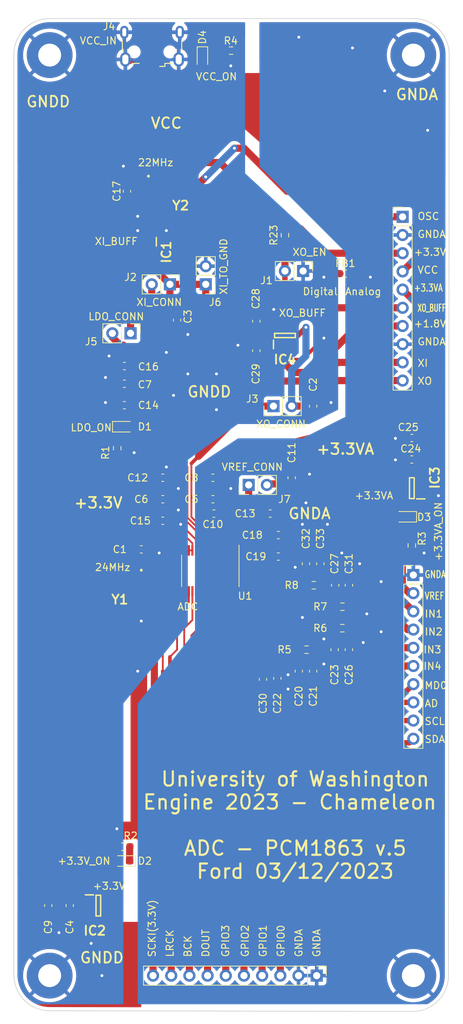
<source format=kicad_pcb>
(kicad_pcb (version 20211014) (generator pcbnew)
  (layers (0 "F.Cu" signal) (31 "B.Cu" signal) (34 "B.Paste" user) (35 "F.Paste" user) (36 "B.SilkS" user "B.Silkscreen") (37 "F.SilkS" user "F.Silkscreen") (38 "B.Mask" user) (39 "F.Mask" user) (44 "Edge.Cuts" user))
  (net 0 "")
  (net 1 "+3V3")
  (net 2 "Net-(IC4-Pad5)")
  (net 3 "/MDO")
  (net 4 "/MD1{slash}MS{slash}AD")
  (net 5 "/MD3{slash}MC{slash}SCL")
  (net 6 "/DOUT2{slash}MD2{slash}MOSI{slash}SDA")
  (net 7 "/MD4{slash}MISO{slash}GPIO0")
  (net 8 "/MD5{slash}GPIO1{slash}INTA{slash}DMIN")
  (net 14 "Net-(D1-Pad1)")
  (net 15 "Net-(D2-Pad1)")
  (net 16 "Net-(D3-Pad1)")
  (net 17 "VCC")
  (net 18 "Net-(D4-Pad1)")
  (net 19 "/MD6{slash}GPIO2{slash}INTB{slash}DMCLK")
  (net 20 "/INT{slash}GPIO3{slash}INTC")
  (net 21 "GNDA")
  (net 22 "GNDD")
  (net 23 "/XO")
  (net 24 "/XI")
  (net 25 "+3.3VA")
  (net 26 "Net-(C14-Pad1)")
  (net 27 "/VREF")
  (net 28 "Net-(C13-Pad2)")
  (net 29 "Net-(U1-Pad2)")
  (net 30 "Net-(U1-Pad1)")
  (net 31 "/VIN4P")
  (net 32 "Net-(C21-Pad1)")
  (net 33 "/IN4")
  (net 34 "Net-(U1-Pad28)")
  (net 35 "/VIN3P")
  (net 36 "Net-(C26-Pad1)")
  (net 37 "/IN3")
  (net 38 "/VIN2P")
  (net 39 "+1V8")
  (net 40 "Net-(U1-Pad27)")
  (net 41 "Net-(C31-Pad1)")
  (net 42 "/IN2")
  (net 43 "/VIN1P")
  (net 44 "Net-(C33-Pad1)")
  (net 45 "/IN1")
  (net 46 "/OSC")
  (net 47 "/XO_BUFF")
  (net 48 "Net-(U1-Pad10)")
  (net 49 "Net-(U1-Pad9)")
  (net 50 "Net-(U1-Pad6)")
  (net 51 "/SCKI(3.3V)")
  (net 52 "/DOUT")
  (net 53 "/BCK")
  (net 54 "/LRCK")
  (footprint "Capacitor_SMD:C_0603_1608Metric_Pad1.08x0.95mm_HandSolder" (layer "F.Cu") (at 116.5 126.5 90)
    (fp_text reference "C22")
    (fp_text value "2.2uF")
  )
  (footprint "Connector_PinHeader_2.54mm:PinHeader_1x10_P2.54mm_Vertical" (layer "F.Cu") (at 135.5 112.075)
    (fp_text reference "J9")
    (fp_text value "Conn_01x10_Male")
  )
  (footprint "custom_lib:SOT65P210X110-5N" (layer "F.Cu") (at 98.5 66.5 -90)
    (fp_text reference "IC1")
    (fp_text value "SN74AUC1G126DCKR" hide)
  )
  (footprint "LED_SMD:LED_0603_1608Metric_Pad1.05x0.95mm_HandSolder" (layer "F.Cu") (at 134.287011 103.95 180)
    (fp_text reference "D3")
    (fp_text value "RED1.8")
  )
  (footprint "Capacitor_SMD:C_0603_1608Metric_Pad1.08x0.95mm_HandSolder" (layer "F.Cu") (at 124.5 122.5 90)
    (fp_text reference "C23")
    (fp_text value "0.01uF")
  )
  (footprint "Capacitor_SMD:C_0603_1608Metric_Pad1.08x0.95mm_HandSolder" (layer "F.Cu") (at 95.5 58.5 90)
    (fp_text reference "C17")
    (fp_text value ".01uF")
  )
  (footprint "Capacitor_SMD:C_0603_1608Metric_Pad1.08x0.95mm_HandSolder" (layer "F.Cu") (at 121.5 125.5 -90)
    (fp_text reference "C21")
    (fp_text value "10uF")
  )
  (footprint "Resistor_SMD:R_0603_1608Metric_Pad0.98x0.95mm_HandSolder" (layer "F.Cu") (at 121.5875 113.5 180)
    (fp_text reference "R8")
    (fp_text value "100")
  )
  (footprint "custom_lib:SOT95P280X145-5N" (layer "F.Cu") (at 91.5 158.225978)
    (fp_text reference "IC2")
    (fp_text value "NCP163ASN330T1G" hide)
  )
  (footprint "Capacitor_SMD:C_0603_1608Metric_Pad1.08x0.95mm_HandSolder" (layer "F.Cu") (at 126.5 122.5 -90)
    (fp_text reference "C26")
    (fp_text value "10uF")
  )
  (footprint "Resistor_SMD:R_0603_1608Metric_Pad0.98x0.95mm_HandSolder" (layer "F.Cu") (at 125.5875 119.5 180)
    (fp_text reference "R6")
    (fp_text value "100")
  )
  (footprint "Capacitor_SMD:C_0603_1608Metric_Pad1.08x0.95mm_HandSolder" (layer "F.Cu") (at 135.287011 92.95 180)
    (fp_text reference "C25")
    (fp_text value "10uF-Tant")
  )
  (footprint "Capacitor_SMD:C_0603_1608Metric_Pad1.08x0.95mm_HandSolder" (layer "F.Cu") (at 95.1375 82.91 180)
    (fp_text reference "C16")
    (fp_text value "0.1uF")
  )
  (footprint "Resistor_SMD:R_0603_1608Metric_Pad0.98x0.95mm_HandSolder" (layer "F.Cu") (at 117.5625 64.6375 -90)
    (fp_text reference "R23")
    (fp_text value "4.99k")
  )
  (footprint "Capacitor_SMD:C_0603_1608Metric_Pad1.08x0.95mm_HandSolder" (layer "F.Cu") (at 126.5 113.5 90)
    (fp_text reference "C31")
    (fp_text value "10uF")
  )
  (footprint "Connector_PinHeader_2.54mm:PinHeader_1x02_P2.54mm_Vertical" (layer "F.Cu") (at 96 78.335 -90)
    (fp_text reference "J5")
    (fp_text value "Conn_01x02_Male")
  )
  (footprint "MountingHole:MountingHole_3.2mm_M3_Pad" (layer "F.Cu") (at 84.7 168)
    (fp_text reference "H4")
    (fp_text value "MountingHole_Pad")
  )
  (footprint "Capacitor_SMD:C_0603_1608Metric_Pad1.08x0.95mm_HandSolder" (layer "F.Cu") (at 120.5 110.5 -90)
    (fp_text reference "C32")
    (fp_text value "0.01uF")
  )
  (footprint "Package_SO:TSSOP-30_4.4x7.8mm_P0.5mm" (layer "F.Cu") (at 107.14 111.5 -90)
    (fp_text reference "U1")
    (fp_text value "PCM1863")
  )
  (footprint "Capacitor_SMD:C_0603_1608Metric_Pad1.08x0.95mm_HandSolder" (layer "F.Cu") (at 124.58 113.5 -90)
    (fp_text reference "C27")
    (fp_text value "0.01uF")
  )
  (footprint "Capacitor_SMD:C_0603_1608Metric_Pad1.08x0.95mm_HandSolder" (layer "F.Cu") (at 116.6375 109.5 180)
    (fp_text reference "C19")
    (fp_text value "2.2uF")
  )
  (footprint "Connector_PinHeader_2.54mm:PinHeader_1x02_P2.54mm_Vertical" (layer "F.Cu") (at 112.5 99.5 90)
    (fp_text reference "J7")
    (fp_text value "Conn_01x02_Male")
  )
  (footprint "Resistor_SMD:R_0603_1608Metric_Pad0.98x0.95mm_HandSolder" (layer "F.Cu") (at 125.5875 116.5 180)
    (fp_text reference "R7")
    (fp_text value "100")
  )
  (footprint "Connector_PinHeader_2.54mm:PinHeader_1x02_P2.54mm_Vertical" (layer "F.Cu") (at 106.5 71.5 180)
    (fp_text reference "J6")
    (fp_text value "Conn_01x02_Male")
  )
  (footprint "Capacitor_SMD:C_0603_1608Metric_Pad1.08x0.95mm_HandSolder" (layer "F.Cu") (at 113.5625 80.775 90)
    (fp_text reference "C29")
    (fp_text value "0.1uF")
  )
  (footprint "Capacitor_SMD:C_0603_1608Metric_Pad1.08x0.95mm_HandSolder" (layer "F.Cu") (at 107.6375 103.5 180)
    (fp_text reference "C10")
    (fp_text value "0.1uF")
  )
  (footprint "Capacitor_SMD:C_0603_1608Metric_Pad1.08x0.95mm_HandSolder" (layer "F.Cu") (at 100.5 98.5)
    (fp_text reference "C12")
    (fp_text value "10uF-Tant")
  )
  (footprint "Resistor_SMD:R_0603_1608Metric_Pad0.98x0.95mm_HandSolder" (layer "F.Cu") (at 94.1375 94.375 -90)
    (fp_text reference "R1")
    (fp_text value "100")
  )
  (footprint "Capacitor_SMD:C_0603_1608Metric_Pad1.08x0.95mm_HandSolder" (layer "F.Cu") (at 95.1375 88.375 180)
    (fp_text reference "C14")
    (fp_text value "10uF-Tant")
  )
  (footprint "Capacitor_SMD:C_0603_1608Metric_Pad1.08x0.95mm_HandSolder" (layer "F.Cu") (at 115.5 103.5 180)
    (fp_text reference "C13")
    (fp_text value "0.1uF")
  )
  (footprint "Capacitor_SMD:C_0603_1608Metric_Pad1.08x0.95mm_HandSolder" (layer "F.Cu") (at 107.5 101.5 180)
    (fp_text reference "C5")
    (fp_text value "1uF")
  )
  (footprint "Capacitor_SMD:C_0603_1608Metric_Pad1.08x0.95mm_HandSolder" (layer "F.Cu") (at 118.5 98.5 -90)
    (fp_text reference "C11")
    (fp_text value "1uF")
  )
  (footprint "Capacitor_SMD:C_0603_1608Metric_Pad1.08x0.95mm_HandSolder" (layer "F.Cu") (at 135.287011 95.95 180)
    (fp_text reference "C24")
    (fp_text value "0.1uF")
  )
  (footprint "MountingHole:MountingHole_3.2mm_M3_Pad" (layer "F.Cu") (at 135.5 39.5)
    (fp_text reference "H2")
    (fp_text value "MountingHole_Pad")
  )
  (footprint "custom_lib:SOT95P280X145-6N" (layer "F.Cu") (at 117.5625 78.6375 90)
    (fp_text reference "IC4")
    (fp_text value "TXB0101DBVT" hide)
  )
  (footprint "Capacitor_SMD:C_0603_1608Metric_Pad1.08x0.95mm_HandSolder" (layer "F.Cu") (at 119.5 125.5 90)
    (fp_text reference "C20")
    (fp_text value "0.01uF")
  )
  (footprint "Connector_PinHeader_2.54mm:PinHeader_1x10_P2.54mm_Vertical" (layer "F.Cu") (at 122 168 -90)
    (fp_text reference "J8")
    (fp_text value "Conn_01x10_Male")
  )
  (footprint "Capacitor_SMD:C_0603_1608Metric_Pad1.08x0.95mm_HandSolder" (layer "F.Cu") (at 113.5625 76.6375 90)
    (fp_text reference "C28")
    (fp_text value "0.1uF")
  )
  (footprint "Capacitor_SMD:C_0603_1608Metric_Pad1.08x0.95mm_HandSolder" (layer "F.Cu") (at 97.5 108.5)
    (fp_text reference "C1")
    (fp_text value ".01uF")
  )
  (footprint "Capacitor_SMD:C_0603_1608Metric_Pad1.08x0.95mm_HandSolder" (layer "F.Cu") (at 121.5 88.5 -90)
    (fp_text reference "C2")
    (fp_text value "20pF")
  )
  (footprint "Capacitor_SMD:C_0603_1608Metric_Pad1.08x0.95mm_HandSolder" (layer "F.Cu") (at 114.5 126.6375 90)
    (fp_text reference "C30")
    (fp_text value "2.2uF")
  )
  (footprint "Capacitor_SMD:C_0603_1608Metric_Pad1.08x0.95mm_HandSolder" (layer "F.Cu") (at 100.5 104.5)
    (fp_text reference "C15")
    (fp_text value "0.1uF")
  )
  (footprint "LED_SMD:LED_0603_1608Metric_Pad1.05x0.95mm_HandSolder" (layer "F.Cu") (at 95.1375 91.375)
    (fp_text reference "D1")
    (fp_text value "RED1.8")
  )
  (footprint "Connector_PinHeader_2.54mm:PinHeader_1x10_P2.54mm_Vertical" (layer "F.Cu") (at 134 62.075)
    (fp_text reference "J10")
    (fp_text value "Conn_01x10_Male")
  )
  (footprint "custom_lib:SOT95P280X145-5N" (layer "F.Cu") (at 135.287011 99.95 180)
    (fp_text reference "IC3")
    (fp_text value "NCP163ASN330T1G" hide)
  )
  (footprint "Connector_PinHeader_2.54mm:PinHeader_1x02_P2.54mm_Vertical" (layer "F.Cu") (at 115.96 88.5 90)
    (fp_text reference "J3")
    (fp_text value "Conn_01x02_Male")
  )
  (footprint "Capacitor_SMD:C_0603_1608Metric_Pad1.08x0.95mm_HandSolder" (layer "F.Cu") (at 100.5 101.5 180)
    (fp_text reference "C6")
    (fp_text value "1uF")
  )
  (footprint "MountingHole:MountingHole_3.2mm_M3_Pad" (layer "F.Cu") (at 135.5 168)
    (fp_text reference "H3")
    (fp_text value "MountingHole_Pad")
  )
  (footprint "Resistor_SMD:R_0603_1608Metric_Pad0.98x0.95mm_HandSolder" (layer "F.Cu") (at 135.287011 107.95 -90)
    (fp_text reference "R3")
    (fp_text value "2.2k")
  )
  (footprint "custom_lib:ASE24000MHZET" (layer "F.Cu") (at 98.5 113.5 -90)
    (fp_text reference "Y1")
    (fp_text value "ASE-24.000MHZ-ET" hide)
  )
  (footprint "LED_SMD:LED_0603_1608Metric_Pad1.05x0.95mm_HandSolder" (layer "F.Cu") (at 95 152 180)
    (fp_text reference "D2")
    (fp_text value "RED1.8")
  )
  (footprint "Capacitor_SMD:C_0603_1608Metric_Pad1.08x0.95mm_HandSolder" (layer "F.Cu") (at 107.5 98.5 180)
    (fp_text reference "C8")
    (fp_text value "10uF-Tant")
  )
  (footprint "Capacitor_SMD:C_0603_1608Metric_Pad1.08x0.95mm_HandSolder" (layer "F.Cu") (at 84.5 158.225978 -90)
    (fp_text reference "C9")
    (fp_text value "10uF-Tant")
  )
  (footprint "MountingHole:MountingHole_3.2mm_M3_Pad" (layer "F.Cu") (at 84.7 39.5)
    (fp_text reference "H1")
    (fp_text value "MountingHole_Pad")
  )
  (footprint "Resistor_SMD:R_0603_1608Metric_Pad0.98x0.95mm_HandSolder" (layer "F.Cu") (at 120.5875 122.5 180)
    (fp_text reference "R5")
    (fp_text value "100")
  )
  (footprint "Capacitor_SMD:C_0603_1608Metric_Pad1.08x0.95mm_HandSolder" (layer "F.Cu") (at 116.6375 106.5 180)
    (fp_text reference "C18")
    (fp_text value "2.2uF")
  )
  (footprint "Inductor_SMD:L_0603_1608Metric_Pad1.05x0.95mm_HandSolder" (layer "F.Cu") (at 126 70)
    (fp_text reference "FB1")
    (fp_text value "FerriteBead")
  )
  (footprint "Capacitor_SMD:C_0603_1608Metric_Pad1.08x0.95mm_HandSolder" (layer "F.Cu") (at 102.5 76.5 90)
    (fp_text reference "C3")
    (fp_text value "20pF")
  )
  (footprint "Connector_USB:USB_Micro-B_Wuerth_629105150521" (layer "F.Cu") (at 99 38.255 180)
    (fp_text reference "J4")
    (fp_text value "USB_B_Micro")
  )
  (footprint "Resistor_SMD:R_0603_1608Metric_Pad0.98x0.95mm_HandSolder" (layer "F.Cu") (at 95 150 180)
    (fp_text reference "R2")
    (fp_text value "2.2k")
  )
  (footprint "LED_SMD:LED_0603_1608Metric_Pad1.05x0.95mm_HandSolder" (layer "F.Cu") (at 106.0375 40 -90)
    (fp_text reference "D4")
    (fp_text value "RED1.8")
  )
  (footprint "custom_lib:ASE24000MHZET" (layer "F.Cu") (at 99.5 58.5 -90)
    (fp_text reference "Y2")
    (fp_text value "ASE-22.000MHZ-ET" hide)
  )
  (footprint "Capacitor_SMD:C_0603_1608Metric_Pad1.08x0.95mm_HandSolder" (layer "F.Cu") (at 87.5 158.225978 -90)
    (fp_text reference "C4")
    (fp_text value "0.1uF")
  )
  (footprint "Connector_PinHeader_2.54mm:PinHeader_1x02_P2.54mm_Vertical" (layer "F.Cu") (at 101.5 71.5 -90)
    (fp_text reference "J2")
    (fp_text value "Conn_01x02_Male")
  )
  (footprint "Capacitor_SMD:C_0603_1608Metric_Pad1.08x0.95mm_HandSolder" (layer "F.Cu") (at 122.5 110.5 90)
    (fp_text reference "C33")
    (fp_text value "10uF")
  )
  (footprint "Resistor_SMD:R_0603_1608Metric_Pad0.98x0.95mm_HandSolder" (layer "F.Cu") (at 110.0375 38.875 180)
    (fp_text reference "R4")
    (fp_text value "10k")
  )
  (footprint "Connector_PinHeader_2.54mm:PinHeader_1x02_P2.54mm_Vertical" (layer "F.Cu") (at 120.1025 69.6375 -90)
    (fp_text reference "J1")
    (fp_text value "Conn_01x02_Male")
  )
  (footprint "Capacitor_SMD:C_0603_1608Metric_Pad1.08x0.95mm_HandSolder" (layer "F.Cu") (at 95.1375 85.375 180)
    (fp_text reference "C7")
    (fp_text value "2.2uF")
  )
  (gr_arc (start 135.5 34.4) (mid 139.035534 35.864466) (end 140.5 39.4) (layer "Edge.Cuts") (width 0.1))
  (gr_arc (start 140.4 168) (mid 138.935534 171.535534) (end 135.4 173) (layer "Edge.Cuts") (width 0.1))
  (gr_line (start 79.7 39.4) (end 79.7 167.9) (layer "Edge.Cuts") (width 0.1))
  (gr_arc (start 79.7 39.4) (mid 81.164466 35.864466) (end 84.7 34.4) (layer "Edge.Cuts") (width 0.1))
  (gr_line (start 84.7 34.4) (end 135.5 34.4) (layer "Edge.Cuts") (width 0.1))
  (gr_line (start 84.7 172.9) (end 135.4 173) (layer "Edge.Cuts") (width 0.1))
  (gr_arc (start 84.7 172.9) (mid 81.164466 171.435534) (end 79.7 167.9) (layer "Edge.Cuts") (width 0.1))
  (gr_line (start 140.5 39.4) (end 140.4 168) (layer "Edge.Cuts") (width 0.1))
  (gr_text "SDA" (at 137 135) (layer "F.SilkS") (effects (font (size 1 1)) (justify left)))
  (gr_text "GNDA" (at 121 103.5) (layer "F.SilkS") (effects (font (size 1.5 1.5) (thickness 0.25))))
  (gr_text "LRCK" (at 101.5 165.5 90) (layer "F.SilkS") (effects (font (size 1 1)) (justify left)))
  (gr_text "GNDD" (at 92 165.5) (layer "F.SilkS") (effects (font (size 1.5 1.5) (thickness 0.25))))
  (gr_text "GPIO0" (at 117 165.5 90) (layer "F.SilkS") (effects (font (size 1 1)) (justify left)))
  (gr_text "GNDD" (at 107 86.5) (layer "F.SilkS") (effects (font (size 1.5 1.5) (thickness 0.25))))
  (gr_text "VCC" (at 136 69.5) (layer "F.SilkS") (effects (font (size 1 1)) (justify left)))
  (gr_text "LDO_ON" (at 90.5 91.5) (layer "F.SilkS") (effects (font (size 1 1))))
  (gr_text "Digital" (at 122.5 72.5) (layer "F.SilkS") (effects (font (size 1 1))))
  (gr_text "XI_BUFF" (at 94 65.5) (layer "F.SilkS") (effects (font (size 1 1))))
  (gr_text "VCC_IN" (at 91.5 37.5) (layer "F.SilkS") (effects (font (size 1 1))))
  (gr_text "+3.3V" (at 91.5 102) (layer "F.SilkS") (effects (font (size 1.5 1.5) (thickness 0.25))))
  (gr_text "XO_BUFF" (at 136 74.805) (layer "F.SilkS") (effects (font (size 1 0.6)) (justify left)))
  (gr_text "+3.3V" (at 135.5 67) (layer "F.SilkS") (effects (font (size 1 1)) (justify left)))
  (gr_text "+3.3V" (at 93 155.5) (layer "F.SilkS") (effects (font (size 1 1))))
  (gr_text "GPIO1" (at 114.5 165.5 90) (layer "F.SilkS") (effects (font (size 1 1)) (justify left)))
  (gr_text "VCC" (at 101 49) (layer "F.SilkS") (effects (font (size 1.5 1.5) (thickness 0.25))))
  (gr_text "IN3" (at 136.83 122.5) (layer "F.SilkS") (effects (font (size 1 1)) (justify left)))
  (gr_text "ADC" (at 104 116.5) (layer "F.SilkS") (effects (font (size 1 1))))
  (gr_text "IN2" (at 137 120) (layer "F.SilkS") (effects (font (size 1 1)) (justify left)))
  (gr_text "GNDA" (at 122 165.5 90) (layer "F.SilkS") (effects (font (size 1 1)) (justify left)))
  (gr_text "XI_CONN" (at 100 74) (layer "F.SilkS") (effects (font (size 1 1))))
  (gr_text "GPIO3" (at 109.27 165.5 90) (layer "F.SilkS") (effects (font (size 1 1)) (justify left)))
  (gr_text "AD" (at 137 130) (layer "F.SilkS") (effects (font (size 1 1)) (justify left)))
  (gr_text "VREF_CONN" (at 113 97) (layer "F.SilkS") (effects (font (size 1 1))))
  (gr_text "GNDA" (at 136 79.5) (layer "F.SilkS") (effects (font (size 1 1)) (justify left)))
  (gr_text "GNDA" (at 119.5 165.5 90) (layer "F.SilkS") (effects (font (size 1 1)) (justify left)))
  (gr_text "GPIO2" (at 112 165.5 90) (layer "F.SilkS") (effects (font (size 1 1)) (justify left)))
  (gr_text "University of Washington\nEngine 2023 - Chameleon \n\nADC - PCM1863 v.5\nFord 03/12/2023" (at 119 147) (layer "F.SilkS") (effects (font (size 2 2) (thickness 0.3))))
  (gr_text "XO" (at 136 85) (layer "F.SilkS") (effects (font (size 1 1)) (justify left)))
  (gr_text "IN1" (at 137 117.5) (layer "F.SilkS") (effects (font (size 1 1)) (justify left)))
  (gr_text "MD0" (at 137 127.5) (layer "F.SilkS") (effects (font (size 1 1)) (justify left)))
  (gr_text "BCK" (at 104 165.5 90) (layer "F.SilkS") (effects (font (size 1 1)) (justify left)))
  (gr_text "XO_EN" (at 121 67) (layer "F.SilkS") (effects (font (size 1 1))))
  (gr_text "+3.3VA_ON" (at 139 106 90) (layer "F.SilkS") (effects (font (size 1 1))))
  (gr_text "GNDA" (at 136 64.5) (layer "F.SilkS") (effects (font (size 1 1)) (justify left)))
  (gr_text "XO_CONN" (at 117 91) (layer "F.SilkS") (effects (font (size 1 1))))
  (gr_text "OSC" (at 136 62) (layer "F.SilkS") (effects (font (size 1 1)) (justify left)))
  (gr_text "DOUT" (at 106.5 165.5 90) (layer "F.SilkS") (effects (font (size 1 1)) (justify left)))
  (gr_text "SCL" (at 137 132.5) (layer "F.SilkS") (effects (font (size 1 1)) (justify left)))
  (gr_text "SCKI(3.3V)" (at 99 165.5 90) (layer "F.SilkS") (effects (font (size 1 1)) (justify left)))
  (gr_text "+3.3VA" (at 135.5 72) (layer "F.SilkS") (effects (font (size 1 0.75)) (justify left)))
  (gr_text "IN4" (at 136.83 124.805) (layer "F.SilkS") (effects (font (size 1 1)) (justify left)))
  (gr_text "+3.3V_ON" (at 89.5 152) (layer "F.SilkS") (effects (font (size 1 1))))
  (gr_text "+3.3VA" (at 130 101) (layer "F.SilkS") (effects (font (size 1 1))))
  (gr_text "VREF" (at 137 115) (layer "F.SilkS") (effects (font (size 1 0.75)) (justify left)))
  (gr_text "22MHz" (at 99.5 54.5) (layer "F.SilkS") (effects (font (size 1 1))))
  (gr_text "Analog" (at 128.5 72.5) (layer "F.SilkS") (effects (font (size 1 1))))
  (gr_text "XO_BUFF" (at 120 75.5) (layer "F.SilkS") (effects (font (size 1 1))))
  (gr_text "VCC_ON" (at 108 42.5) (layer "F.SilkS") (effects (font (size 1 1))))
  (gr_text "+1.8V" (at 135.5 77) (layer "F.SilkS") (effects (font (size 1 1)) (justify left)))
  (gr_text "GNDA" (at 136 45) (layer "F.SilkS") (effects (font (size 1.5 1.5) (thickness 0.25))))
  (gr_text "XI" (at 136 82.5) (layer "F.SilkS") (effects (font (size 1 1)) (justify left)))
  (gr_text "GNDD" (at 84.5 46) (layer "F.SilkS") (effects (font (size 1.5 1.5) (thickness 0.25))))
  (gr_text "+3.3VA" (at 126 94.5) (layer "F.SilkS") (effects (font (size 1.5 1.5) (thickness 0.25))))
  (gr_text "24MHz" (at 93.5 111) (layer "F.SilkS") (effects (font (size 1 1))))
  (gr_text "LDO_CONN" (at 94 76) (layer "F.SilkS") (effects (font (size 1 1))))
  (gr_text "GNDA" (at 137 112) (layer "F.SilkS") (effects (font (size 1 0.75)) (justify left)))
  (gr_text "XI_TO_GND" (at 109 69 90) (layer "F.SilkS") (effects (font (size 1 1))))
  (segment (start 95.5 59.3625) (end 96.263478 59.3625) (width 1) (layer "F.Cu") (net 1))
  (segment (start 102.5 106.5) (end 103.5 106.5) (width 0.25) (layer "F.Cu") (net 1))
  (segment (start 113.424854 77.5) (end 110.91875 74.993896) (width 1) (layer "F.Cu") (net 1))
  (segment (start 98.675 57.45) (end 100.325 57.45) (width 1) (layer "F.Cu") (net 1))
  (segment (start 98.175978 57.45) (end 98.675 57.45) (width 1) (layer "F.Cu") (net 1))
  (segment (start 100.5 106.5) (end 101.5 106.5) (width 0.75) (layer "F.Cu") (net 1))
  (segment (start 116.562989 77.437011) (end 116.562989 77.3875) (width 1) (layer "F.Cu") (net 1))
  (segment (start 104.14 108.6375) (end 104.64 108.6375) (width 0.25) (layer "F.Cu") (net 1))
  (segment (start 103.5 106.5) (end 104.64 107.64) (width 0.25) (layer "F.Cu") (net 1))
  (segment (start 99.6375 105.6375) (end 100.5 106.5) (width 1) (layer "F.Cu") (net 1))
  (segment (start 103.275 54.5) (end 100.325 57.45) (width 1) (layer "F.Cu") (net 1))
  (segment (start 117.5625 63.725) (end 119.725 63.725) (width 1) (layer "F.Cu") (net 1))
  (segment (start 110.91875 57.08125) (end 117.5625 63.725) (width 1) (layer "F.Cu") (net 1))
  (segment (start 96.263478 59.3625) (end 98.175978 57.45) (width 1) (layer "F.Cu") (net 1))
  (segment (start 110.91875 57.08125) (end 110.91875 56.91875) (width 1) (layer "F.Cu") (net 1))
  (segment (start 104.64 107.64) (end 104.64 108.6375) (width 0.25) (layer "F.Cu") (net 1))
  (segment (start 119.725 63.725) (end 123.155 67.155) (width 1) (layer "F.Cu") (net 1))
  (segment (start 99.6375 104.5) (end 99.6375 105.6375) (width 1) (layer "F.Cu") (net 1))
  (segment (start 101.5 106.5) (end 102.5 106.5) (width 0.5) (layer "F.Cu") (net 1))
  (segment (start 113.5625 77.5) (end 116.5 77.5) (width 1) (layer "F.Cu") (net 1))
  (segment (start 116.5 77.5) (end 116.562989 77.437011) (width 1) (layer "F.Cu") (net 1))
  (segment (start 123.155 67.155) (end 134 67.155) (width 1) (layer "F.Cu") (net 1))
  (segment (start 110.91875 56.91875) (end 108.5 54.5) (width 1) (layer "F.Cu") (net 1))
  (segment (start 113.5625 77.5) (end 113.424854 77.5) (width 1) (layer "F.Cu") (net 1))
  (segment (start 108.5 54.5) (end 103.275 54.5) (width 1) (layer "F.Cu") (net 1))
  (segment (start 99.6375 104.5) (end 99.6375 104.711522) (width 1) (layer "F.Cu") (net 1))
  (segment (start 110.91875 74.993896) (end 110.91875 57.08125) (width 1) (layer "F.Cu") (net 1))
  (segment (start 117.5 75.5) (end 117.5625 75.4375) (width 0.75) (layer "F.Cu") (net 2))
  (segment (start 117.5625 77.3875) (end 117.5625 75.5625) (width 0.5) (layer "F.Cu") (net 2))
  (segment (start 117.5625 65.55) (end 117.5625 69.6375) (width 1) (layer "F.Cu") (net 2))
  (segment (start 117.5625 75.4375) (end 117.5625 69.6375) (width 0.75) (layer "F.Cu") (net 2))
  (segment (start 117.5625 75.5625) (end 117.5 75.5) (width 0.5) (layer "F.Cu") (net 2))
  (segment (start 108.64 117.64) (end 109.5 118.5) (width 0.25) (layer "F.Cu") (net 3))
  (segment (start 112.5 121.5) (end 112.5 124.5) (width 0.25) (layer "F.Cu") (net 3))
  (segment (start 108.64 114.3625) (end 108.64 117.64) (width 0.25) (layer "F.Cu") (net 3))
  (segment (start 109.5 118.5) (end 112.5 121.5) (width 0.25) (layer "F.Cu") (net 3))
  (segment (start 134.315 128.5) (end 135.5 127.315) (width 0.75) (layer "F.Cu") (net 3))
  (segment (start 113.5 129.5) (end 120.5 129.5) (width 0.5) (layer "F.Cu") (net 3))
  (segment (start 124.5 128.5) (end 134.315 128.5) (width 0.75) (layer "F.Cu") (net 3))
  (segment (start 112.5 124.5) (end 112.5 128.5) (width 0.25) (layer "F.Cu") (net 3))
  (segment (start 120.5 129.5) (end 123.5 129.5) (width 0.75) (layer "F.Cu") (net 3))
  (segment (start 123.5 129.5) (end 124.5 128.5) (width 0.75) (layer "F.Cu") (net 3))
  (segment (start 112.5 128.5) (end 113.5 129.5) (width 0.25) (layer "F.Cu") (net 3))
  (segment (start 124.5 131.5) (end 126.145 129.855) (width 0.75) (layer "F.Cu") (net 4))
  (segment (start 114.5 131.5) (end 119.5 131.5) (width 0.5) (layer "F.Cu") (net 4))
  (segment (start 111.5 129.5) (end 112.5 130.5) (width 0.25) (layer "F.Cu") (net 4))
  (segment (start 108.14 114.3625) (end 108.14 118.14) (width 0.25) (layer "F.Cu") (net 4))
  (segment (start 113.5 131.5) (end 114.5 131.5) (width 0.25) (layer "F.Cu") (net 4))
  (segment (start 126.145 129.855) (end 135.5 129.855) (width 0.75) (layer "F.Cu") (net 4))
  (segment (start 112.5 130.5) (end 113.5 131.5) (width 0.25) (layer "F.Cu") (net 4))
  (segment (start 111.5 121.5) (end 111.5 123.5) (width 0.25) (layer "F.Cu") (net 4))
  (segment (start 109.5 119.5) (end 111.5 121.5) (width 0.25) (layer "F.Cu") (net 4))
  (segment (start 119.5 131.5) (end 124.5 131.5) (width 0.75) (layer "F.Cu") (net 4))
  (segment (start 111.5 123.5) (end 111.5 129.5) (width 0.25) (layer "F.Cu") (net 4))
  (segment (start 108.14 118.14) (end 109.5 119.5) (width 0.25) (layer "F.Cu") (net 4))
  (segment (start 107.64 114.3625) (end 107.64 118.64) (width 0.25) (layer "F.Cu") (net 5))
  (segment (start 110.5 121.5) (end 110.5 123.5) (width 0.25) (layer "F.Cu") (net 5))
  (segment (start 111.5 131.5) (end 113.5 133.5) (width 0.25) (layer "F.Cu") (net 5))
  (segment (start 108.5 119.5) (end 110.5 121.5) (width 0.25) (layer "F.Cu") (net 5))
  (segment (start 114.5 133.5) (end 120.5 133.5) (width 0.5) (layer "F.Cu") (net 5))
  (segment (start 110.5 130.5) (end 111.5 131.5) (width 0.25) (layer "F.Cu") (net 5))
  (segment (start 120.5 133.5) (end 125.5 133.5) (width 0.75) (layer "F.Cu") (net 5))
  (segment (start 113.5 133.5) (end 114.5 133.5) (width 0.25) (layer "F.Cu") (net 5))
  (segment (start 110.5 123.5) (end 110.5 130.5) (width 0.25) (layer "F.Cu") (net 5))
  (segment (start 125.5 133.5) (end 126.605 132.395) (width 0.75) (layer "F.Cu") (net 5))
  (segment (start 126.605 132.395) (end 135.5 132.395) (width 0.75) (layer "F.Cu") (net 5))
  (segment (start 107.64 118.64) (end 108.5 119.5) (width 0.25) (layer "F.Cu") (net 5))
  (segment (start 109.5 121.5) (end 109.5 123.5) (width 0.25) (layer "F.Cu") (net 6))
  (segment (start 134.935 135.5) (end 135.5 134.935) (width 0.75) (layer "F.Cu") (net 6))
  (segment (start 109.5 132.5) (end 112.5 135.5) (width 0.25) (layer "F.Cu") (net 6))
  (segment (start 109.5 123.5) (end 109.5 132.5) (width 0.25) (layer "F.Cu") (net 6))
  (segment (start 107.14 114.3625) (end 107.14 119.14) (width 0.25) (layer "F.Cu") (net 6))
  (segment (start 112.5 135.5) (end 118.5 135.5) (width 0.5) (layer "F.Cu") (net 6))
  (segment (start 107.14 119.14) (end 107.5 119.5) (width 0.25) (layer "F.Cu") (net 6))
  (segment (start 107.5 119.5) (end 109.5 121.5) (width 0.25) (layer "F.Cu") (net 6))
  (segment (start 118.5 135.5) (end 134.935 135.5) (width 0.75) (layer "F.Cu") (net 6))
  (segment (start 116.845 166.5) (end 108.5 158.155) (width 0.5) (layer "F.Cu") (net 7))
  (segment (start 116.92 166.575) (end 116.92 168) (width 1) (layer "F.Cu") (net 7))
  (segment (start 108.5 122.28548) (end 106.71452 120.5) (width 0.5) (layer "F.Cu") (net 7))
  (segment (start 106.64 114.3625) (end 106.64 120.64) (width 0.25) (layer "F.Cu") (net 7))
  (segment (start 116.845 166.5) (end 116.92 166.575) (width 1) (layer "F.Cu") (net 7))
  (segment (start 106.71452 120.5) (end 106.71452 120.64) (width 0.5) (layer "F.Cu") (net 7))
  (segment (start 108.5 158.155) (end 108.5 122.28548) (width 0.5) (layer "F.Cu") (net 7))
  (segment (start 114.38 166.575) (end 114.38 168) (width 1) (layer "F.Cu") (net 8))
  (segment (start 106.14 114.3625) (end 106.14 123.14) (width 0.25) (layer "F.Cu") (net 8))
  (segment (start 107.5 124.5) (end 107.5 159.695) (width 0.5) (layer "F.Cu") (net 8))
  (segment (start 106.14 123.14) (end 107.5 124.5) (width 0.25) (layer "F.Cu") (net 8))
  (segment (start 107.5 159.695) (end 114.305 166.5) (width 0.5) (layer "F.Cu") (net 8))
  (segment (start 114.305 166.5) (end 114.38 166.575) (width 1) (layer "F.Cu") (net 8))
  (segment (start 94.2625 91.375) (end 94.2625 93.3375) (width 1) (layer "F.Cu") (net 14))
  (segment (start 95.875 152) (end 95.875 150.0375) (width 1) (layer "F.Cu") (net 15))
  (segment (start 95.875 150.0375) (end 95.9125 150) (width 1) (layer "F.Cu") (net 15))
  (segment (start 135.162011 106.9125) (end 135.287011 107.0375) (width 1) (layer "F.Cu") (net 16))
  (segment (start 135.162011 103.95) (end 135.162011 106.9125) (width 1) (layer "F.Cu") (net 16))
  (segment (start 136.4875 98.950489) (end 136.537011 98.950489) (width 1) (layer "F.Cu") (net 17))
  (segment (start 136.149511 92.95) (end 136.149511 95.95) (width 1) (layer "F.Cu") (net 17))
  (segment (start 139 64) (end 139 64.695) (width 1) (layer "F.Cu") (net 17))
  (segment (start 135.287011 99.175978) (end 135.287011 100.724022) (width 0.75) (layer "F.Cu") (net 17))
  (segment (start 91.5 157.451956) (end 91.5 159) (width 0.75) (layer "F.Cu") (net 17))
  (segment (start 100.3 42.3) (end 100.3 40.155) (width 0.25) (layer "F.Cu") (net 17))
  (segment (start 135 56) (end 139 60) (width 1) (layer "F.Cu") (net 17))
  (segment (start 136.149511 95.95) (end 136.149511 98.6125) (width 1) (layer "F.Cu") (net 17))
  (segment (start 135.287011 100.724022) (end 135.462989 100.9) (width 0.75) (layer "F.Cu") (net 17))
  (segment (start 135.462989 99) (end 135.287011 99.175978) (width 0.75) (layer "F.Cu") (net 17))
  (segment (start 136.149511 98.6125) (end 136.4875 98.950489) (width 1) (layer "F.Cu") (net 17))
  (segment (start 90.25 157.275978) (end 91.324022 157.275978) (width 0.75) (layer "F.Cu") (net 17))
  (segment (start 139 60) (end 139 64) (width 1) (layer "F.Cu") (net 17))
  (segment (start 135.462989 100.9) (end 136.537011 100.9) (width 0.75) (layer "F.Cu") (net 17))
  (segment (start 136.149511 92.95) (end 139 90.099511) (width 1) (layer "F.Cu") (net 17))
  (segment (start 139 90.099511) (end 139 66.695) (width 1) (layer "F.Cu") (net 17))
  (segment (start 136.537011 99) (end 135.462989 99) (width 0.75) (layer "F.Cu") (net 17))
  (segment (start 139 64) (end 139 66.695) (width 1) (layer "F.Cu") (net 17))
  (segment (start 139 64.695) (end 134 69.695) (width 1) (layer "F.Cu") (net 17))
  (segment (start 91.324022 157.275978) (end 91.5 157.451956) (width 0.75) (layer "F.Cu") (net 17))
  (segment (start 87.5875 157.275978) (end 87.5 157.363478) (width 0.75) (layer "F.Cu") (net 17))
  (segment (start 91.324022 159.175978) (end 90.25 159.175978) (width 0.75) (layer "F.Cu") (net 17))
  (segment (start 91.5 159) (end 91.324022 159.175978) (width 0.75) (layer "F.Cu") (net 17))
  (segment (start 108.875 39.125) (end 109.125 38.875) (width 1) (layer "F.Cu") (net 18))
  (segment (start 106.0375 39.125) (end 108.875 39.125) (width 1) (layer "F.Cu") (net 18))
  (segment (start 105.5 125.5) (end 105.5 160.235) (width 0.5) (layer "F.Cu") (net 19))
  (segment (start 105.58952 115.5) (end 105.58952 125.41048) (width 0.25) (layer "F.Cu") (net 19))
  (segment (start 105.64 114.3625) (end 105.64 115.44952) (width 0.25) (layer "F.Cu") (net 19))
  (segment (start 111.84 166.575) (end 111.84 168) (width 1) (layer "F.Cu") (net 19))
  (segment (start 111.765 166.5) (end 111.84 166.575) (width 1) (layer "F.Cu") (net 19))
  (segment (start 105.58952 125.41048) (end 105.5 125.5) (width 0.5) (layer "F.Cu") (net 19))
  (segment (start 105.5 160.235) (end 111.765 166.5) (width 0.5) (layer "F.Cu") (net 19))
  (segment (start 105.64 115.44952) (end 105.58952 115.5) (width 0.25) (layer "F.Cu") (net 19))
  (segment (start 105.14 119.86) (end 104.5 120.5) (width 0.25) (layer "F.Cu") (net 20))
  (segment (start 109.3 166.575) (end 109.3 168) (width 1) (layer "F.Cu") (net 20))
  (segment (start 109.225 166.5) (end 109.3 166.575) (width 1) (layer "F.Cu") (net 20))
  (segment (start 103.5 160.775) (end 109.225 166.5) (width 0.5) (layer "F.Cu") (net 20))
  (segment (start 104.5 124.5) (end 103.5 125.5) (width 0.5) (layer "F.Cu") (net 20))
  (segment (start 104.5 120.5) (end 104.5 124.5) (width 0.25) (layer "F.Cu") (net 20))
  (segment (start 103.5 125.5) (end 103.5 160.775) (width 0.5) (layer "F.Cu") (net 20))
  (segment (start 105.14 114.3625) (end 105.14 119.86) (width 0.25) (layer "F.Cu") (net 20))
  (segment (start 127 70) (end 127.5 70.5) (width 1) (layer "F.Cu") (net 21))
  (segment (start 108.5 101.5) (end 110 100) (width 1) (layer "F.Cu") (net 21))
  (segment (start 108.5 101.6375) (end 108.3625 101.5) (width 1) (layer "F.Cu") (net 21))
  (segment (start 120.6375 97.6375) (end 121 98) (width 1) (layer "F.Cu") (net 21))
  (segment (start 135.287011 108.8625) (end 136.8625 108.8625) (width 1) (layer "F.Cu") (net 21))
  (segment (start 116.3625 127.5) (end 116.5 127.3625) (width 1) (layer "F.Cu") (net 21))
  (segment (start 134.424511 92.95) (end 133.05 92.95) (width 1) (layer "F.Cu") (net 21))
  (segment (start 108.5 103.5) (end 107.64 104.36) (width 0.5) (layer "F.Cu") (net 21))
  (segment (start 107.64 108.6375) (end 107.64 107.12) (width 0.25) (layer "F.Cu") (net 21))
  (segment (start 107.64 104.36) (end 107.64 107.12) (width 0.5) (layer "F.Cu") (net 21))
  (segment (start 136.8625 108.8625) (end 137 109) (width 1) (layer "F.Cu") (net 21))
  (segment (start 136.537011 99.95) (end 137.95 99.95) (width 0.5) (layer "F.Cu") (net 21))
  (segment (start 108.3625 98.5) (end 108.3625 101.5) (width 1) (layer "F.Cu") (net 21))
  (segment (start 108.3625 101.5) (end 108.5 101.5) (width 1) (layer "F.Cu") (net 21))
  (segment (start 108.5 103.5) (end 108.5 101.6375) (width 1) (layer "F.Cu") (net 21))
  (segment (start 114.5 127.5) (end 116.3625 127.5) (width 1) (layer "F.Cu") (net 21))
  (segment (start 133.05 95.95) (end 133 96) (width 1) (layer "F.Cu") (net 21))
  (segment (start 118.5 97.6375) (end 120.6375 97.6375) (width 1) (layer "F.Cu") (net 21))
  (segment (start 118 126) (end 119.1375 126) (width 1) (layer "F.Cu") (net 21))
  (segment (start 137.95 99.95) (end 139 101) (width 0.5) (layer "F.Cu") (net 21))
  (segment (start 117.3625 127.3625) (end 118 128) (width 1) (layer "F.Cu") (net 21))
  (segment (start 133.05 92.95) (end 133 93) (width 1) (layer "F.Cu") (net 21))
  (segment (start 127.5 70.5) (end 129.5 70.5) (width 1) (layer "F.Cu") (net 21))
  (segment (start 134.424511 95.95) (end 133.05 95.95) (width 1) (layer "F.Cu") (net 21))
  (segment (start 119.1375 126) (end 119.5 126.3625) (width 1) (layer "F.Cu") (net 21))
  (segment (start 116.5 127.3625) (end 117.3625 127.3625) (width 1) (layer "F.Cu") (net 21))
  (via (at 125.5 109) (size 1) (drill 0.4) (layers "F.Cu" "B.Cu") (net 21))
  (via (at 120 118) (size 1) (drill 0.4) (layers "F.Cu" "B.Cu") (net 21))
  (via (at 119.5 37) (size 1) (drill 0.4) (layers "F.Cu" "B.Cu") (net 21))
  (via (at 120.5 102) (size 1) (drill 0.4) (layers "F.Cu" "B.Cu") (net 21))
  (via (at 127 38.5) (size 1) (drill 0.4) (layers "F.Cu" "B.Cu") (net 21))
  (via (at 137 109) (size 1) (drill 0.4) (layers "F.Cu" "B.Cu") (net 21))
  (via (at 118 128) (size 1) (drill 0.4) (layers "F.Cu" "B.Cu") (net 21))
  (via (at 131.5 44.5) (size 1) (drill 0.4) (layers "F.Cu" "B.Cu") (net 21))
  (via (at 123 121) (size 1) (drill 0.4) (layers "F.Cu" "B.Cu") (net 21))
  (via (at 137.5 50) (size 1) (drill 0.4) (layers "F.Cu" "B.Cu") (net 21))
  (via (at 121 98) (size 1) (drill 0.4) (layers "F.Cu" "B.Cu") (net 21))
  (via (at 120 105) (size 1) (drill 0.4) (layers "F.Cu" "B.Cu") (net 21))
  (via (at 129.5 70.5) (size 1) (drill 0.4) (layers "F.Cu" "B.Cu") (net 21))
  (via (at 123.5 105) (size 1) (drill 0.4) (layers "F.Cu" "B.Cu") (net 21))
  (via (at 139 101) (size 1) (drill 0.4) (layers "F.Cu" "B.Cu") (net 21))
  (via (at 131 113) (size 1) (drill 0.4) (layers "F.Cu" "B.Cu") (net 21))
  (via (at 129 117.5) (size 1) (drill 0.4) (layers "F.Cu" "B.Cu") (net 21))
  (via (at 123 124.5) (size 1) (drill 0.4) (layers "F.Cu" "B.Cu") (net 21))
  (via (at 133 93) (size 1) (drill 0.4) (layers "F.Cu" "B.Cu") (net 21))
  (via (at 131 120) (size 1) (drill 0.4) (layers "F.Cu" "B.Cu") (net 21))
  (via (at 119 111) (size 1) (drill 0.4) (layers "F.Cu" "B.Cu") (net 21))
  (via (at 110 100) (size 1) (drill 0.4) (layers "F.Cu" "B.Cu") (net 21))
  (via (at 128.5 121.5) (size 1) (drill 0.4) (layers "F.Cu" "B.Cu") (net 21))
  (via (at 133 96) (size 1) (drill 0.4) (layers "F.Cu" "B.Cu") (net 21))
  (via (at 118 126) (size 1) (drill 0.4) (layers "F.Cu" "B.Cu") (net 21))
  (via (at 128 110.5) (size 1) (drill 0.4) (layers "F.Cu" "B.Cu") (net 21))
  (segment (start 97.500479 40.354521) (end 97.550489 40.304511) (width 0.75) (layer "F.Cu") (net 22))
  (segment (start 110.95 40.05) (end 110 41) (width 1) (layer "F.Cu") (net 22))
  (segment (start 118.342824 82) (end 120 82) (width 0.5) (layer "F.Cu") (net 22))
  (segment (start 112.6375 81.6375) (end 111 80) (width 1) (layer "F.Cu") (net 22))
  (segment (start 95.275 36.455) (end 95.125 36.305) (width 0.75) (layer "F.Cu") (net 22))
  (segment (start 100.7 64) (end 101 64) (width 0.25) (layer "F.Cu") (net 22))
  (segment (start 99.15 65.55) (end 100.7 64) (width 0.25) (layer "F.Cu") (net 22))
  (segment (start 105.11452 107.11452) (end 103 105) (width 0.25) (layer "F.Cu") (net 22))
  (segment (start 123.5 70) (end 125.25 70) (width 1) (layer "F.Cu") (net 22))
  (segment (start 121.5 89.3625) (end 122.6375 89.3625) (width 1) (layer "F.Cu") (net 22))
  (segment (start 98.675 59.55) (end 98.675 60.325) (width 1) (layer "F.Cu") (net 22))
  (segment (start 98.675 60.325) (end 97 62) (width 1) (layer "F.Cu") (net 22))
  (segment (start 101.5 101.5) (end 102.67548 100.32452) (width 1) (layer "F.Cu") (net 22))
  (segment (start 97.85 64.85) (end 97 64) (width 0.25) (layer "F.Cu") (net 22))
  (segment (start 102.875 39.955) (end 102.725 40.105) (width 0.75) (layer "F.Cu") (net 22))
  (segment (start 101.3625 104.5) (end 101.5 104.5) (width 1) (layer "F.Cu") (net 22))
  (segment (start 110.95 38.875) (end 110.95 40.05) (width 1) (layer "F.Cu") (net 22))
  (segment (start 101.3625 97.3625) (end 101 97) (width 1) (layer "F.Cu") (net 22))
  (segment (start 117.5625 79.8875) (end 117.5625 81.219676) (width 0.5) (layer "F.Cu") (net 22))
  (segment (start 97.85 65.55) (end 97.85 64.85) (width 0.25) (layer "F.Cu") (net 22))
  (segment (start 95.5 55.5) (end 95 55) (width 1) (layer "F.Cu") (net 22))
  (segment (start 122.6375 89.3625) (end 124 88) (width 1) (layer "F.Cu") (net 22))
  (segment (start 90.25 158.225978) (end 88.3625 158.225978) (width 0.5) (layer "F.Cu") (net 22))
  (segment (start 94.1375 95.2875) (end 96.2125 95.2875) (width 1) (layer "F.Cu") (net 22))
  (segment (start 88.3625 158.225978) (end 87.5 159.088478) (width 0.5) (layer "F.Cu") (net 22))
  (segment (start 113.5625 75.775) (end 115.225 75.775) (width 1) (layer "F.Cu") (net 22))
  (segment (start 123 70.5) (end 123.5 70) (width 1) (layer "F.Cu") (net 22))
  (segment (start 97.550489 40.304511) (end 97.550489 40.155) (width 0.75) (layer "F.Cu") (net 22))
  (segment (start 117.5625 81.219676) (end 118.342824 82) (width 0.5) (layer "F.Cu") (net 22))
  (segment (start 99.5 108.5) (end 100 109) (width 1) (layer "F.Cu") (net 22))
  (segment (start 101.5 104.5) (end 102.67548 103.32452) (width 1) (layer "F.Cu") (net 22))
  (segment (start 95.5 57.6375) (end 95.5 55.5) (width 1) (layer "F.Cu") (net 22))
  (segment (start 95.275 40.105) (end 95.524521 40.354521) (width 0.75) (layer "F.Cu") (net 22))
  (segment (start 101.3625 98.5) (end 101.3625 97.3625) (width 1) (layer "F.Cu") (net 22))
  (segment (start 113.5625 81.6375) (end 112.6375 81.6375) (width 1) (layer "F.Cu") (net 22))
  (segment (start 101.3625 101.5) (end 101.5 101.5) (width 1) (layer "F.Cu") (net 22))
  (segment (start 105.11452 108.61202) (end 105.11452 107.11452) (width 0.25) (layer "F.Cu") (net 22))
  (segment (start 98.3625 108.5) (end 99.5 108.5) (width 1) (layer "F.Cu") (net 22))
  (segment (start 95.524521 40.354521) (end 97.500479 40.354521) (width 0.75) (layer "F.Cu") (net 22))
  (segment (start 105.14 108.6375) (end 105.11452 108.61202) (width 0.25) (layer "F.Cu") (net 22))
  (segment (start 120 82) (end 123 79) (width 0.5) (layer "F.Cu") (net 22))
  (segment (start 102.67548 103.32452) (end 102.67548 103) (width 1) (layer "F.Cu") (net 22))
  (segment (start 102.67548 100.32452) (end 102.67548 100) (width 1) (layer "F.Cu") (net 22))
  (segment (start 115.225 75.775) (end 116 75) (width 1) (layer "F.Cu") (net 22))
  (via (at 101 97) (size 1) (drill 0.4) (layers "F.Cu" "B.Cu") (net 22))
  (via (at 100 109) (size 1) (drill 0.4) (layers "F.Cu" "B.Cu") (net 22))
  (via (at 104 78.5) (size 1) (drill 0.4) (layers "F.Cu" "B.Cu") (net 22))
  (via (at 102.67548 103) (size 1) (drill 0.4) (layers "F.Cu" "B.Cu") (net 22))
  (via (at 108 84) (size 1) (drill 0.4) (layers "F.Cu" "B.Cu") (net 22))
  (via (at 102.67548 100) (size 1) (drill 0.4) (layers "F.Cu" "B.Cu") (net 22))
  (via (at 124 88) (size 1) (drill 0.4) (layers "F.Cu" "B.Cu") (net 22))
  (via (at 116 75) (size 1) (drill 0.4) (layers "F.Cu" "B.Cu") (net 22))
  (via (at 97 64) (size 1) (drill 0.4) (layers "F.Cu" "B.Cu") (net 22))
  (via (at 86 162) (size 1) (drill 0.4) (layers "F.Cu" "B.Cu") (net 22))
  (via (at 123 70.5) (size 1) (drill 0.4) (layers "F.Cu" "B.Cu") (net 22))
  (via (at 103 105) (size 1) (drill 0.4) (layers "F.Cu" "B.Cu") (net 22))
  (via (at 97 125.5) (size 1) (drill 0.4) (layers "F.Cu" "B.Cu") (net 22))
  (via (at 102 87) (size 1) (drill 0.4) (layers "F.Cu" "B.Cu") (net 22))
  (via (at 96.5 95) (size 1) (drill 0.4) (layers "F.Cu" "B.Cu") (net 22))
  (via (at 90.5 163.5) (size 1) (drill 0.4) (layers "F.Cu" "B.Cu") (net 22))
  (via (at 101 64) (size 1) (drill 0.4) (layers "F.Cu" "B.Cu") (net 22))
  (via (at 92 168) (size 1) (drill 0.4) (layers "F.Cu" "B.Cu") (net 22))
  (via (at 108 89) (size 1) (drill 0.4) (layers "F.Cu" "B.Cu") (net 22))
  (via (at 111 80) (size 1) (drill 0.4) (layers "F.Cu" "B.Cu") (net 22))
  (via (at 92.5 88) (size 1) (drill 0.4) (layers "F.Cu" "B.Cu") (net 22))
  (via (at 94.0875 147.5) (size 1) (drill 0.4) (layers "F.Cu" "B.Cu") (net 22))
  (via (at 97 62) (size 1) (drill 0.4) (layers "F.Cu" "B.Cu") (net 22))
  (via (at 110 41) (size 1) (drill 0.4) (layers "F.Cu" "B.Cu") (net 22))
  (via (at 101 81) (size 1) (drill 0.4) (layers "F.Cu" "B.Cu") (net 22))
  (via (at 104 84) (size 1) (drill 0.4) (layers "F.Cu" "B.Cu") (net 22))
  (via (at 97.5 118.5) (size 1) (drill 0.4) (layers "F.Cu" "B.Cu") (net 22))
  (via (at 92.5 84.5) (size 1) (drill 0.4) (layers "F.Cu" "B.Cu") (net 22))
  (via (at 93 81.5) (size 1) (drill 0.4) (layers "F.Cu" "B.Cu") (net 22))
  (via (at 95 55) (size 1) (drill 0.4) (layers "F.Cu" "B.Cu") (net 22))
  (via (at 123 79) (size 1) (drill 0.4) (layers "F.Cu" "B.Cu") (net 22))
  (segment (start 120 88.5) (end 118.5 88.5) (width 1) (layer "F.Cu") (net 23))
  (segment (start 121.5 87.5) (end 124.065 84.935) (width 1) (layer "F.Cu") (net 23))
  (segment (start 120.8625 87.6375) (end 120 88.5) (width 1) (layer "F.Cu") (net 23))
  (segment (start 124.065 84.935) (end 134 84.935) (width 1) (layer "F.Cu") (net 23))
  (segment (start 118.5125 79.8875) (end 118.5125 79.4875) (width 0.75) (layer "F.Cu") (net 23))
  (segment (start 121.5 87.6375) (end 121.5 87.5) (width 1) (layer "F.Cu") (net 23))
  (segment (start 121.3625 87.6375) (end 120.8625 87.6375) (width 1) (layer "F.Cu") (net 23))
  (segment (start 118.5125 79.4875) (end 120.5 77.5) (width 0.75) (layer "F.Cu") (net 23))
  (via (at 120.5 77.5) (size 1) (drill 0.4) (layers "F.Cu" "B.Cu") (net 23))
  (segment (start 120.5 77.5) (end 120.5 81.5) (width 1) (layer "B.Cu") (net 23))
  (segment (start 120.5 81.5) (end 118.5 83.5) (width 1) (layer "B.Cu") (net 23))
  (segment (start 118.5 83.5) (end 118.5 88.5) (width 1) (layer "B.Cu") (net 23))
  (segment (start 97.85 67.45) (end 97.85 69.05) (width 1) (layer "F.Cu") (net 24))
  (segment (start 122.303622 85) (end 124.908622 82.395) (width 1) (layer "F.Cu") (net 24))
  (segment (start 99.5 69.5) (end 101.5 71.5) (width 1) (layer "F.Cu") (net 24))
  (segment (start 98.3 69.5) (end 99.5 69.5) (width 1) (layer "F.Cu") (net 24))
  (segment (start 124.908622 82.395) (end 134 82.395) (width 1) (layer "F.Cu") (net 24))
  (segment (start 106.5 78.5) (end 113 85) (width 1) (layer "F.Cu") (net 24))
  (segment (start 101.5 74.6375) (end 102.5 75.6375) (width 1) (layer "F.Cu") (net 24))
  (segment (start 113 85) (end 122.303622 85) (width 1) (layer "F.Cu") (net 24))
  (segment (start 97.85 69.05) (end 98.3 69.5) (width 1) (layer "F.Cu") (net 24))
  (segment (start 106.5 71.5) (end 101.5 71.5) (width 1) (layer "F.Cu") (net 24))
  (segment (start 106.5 71.5) (end 106.5 78.5) (width 1) (layer "F.Cu") (net 24))
  (segment (start 101.5 71.5) (end 101.5 74.6375) (width 1) (layer "F.Cu") (net 24))
  (segment (start 106.6375 98.362354) (end 106.6375 98.5) (width 1) (layer "F.Cu") (net 25))
  (segment (start 106.6375 101.5) (end 106.6375 98.5) (width 1) (layer "F.Cu") (net 25))
  (segment (start 106.775 103.5) (end 106.775 101.6375) (width 1) (layer "F.Cu") (net 25))
  (segment (start 106.92548 105.40548) (end 106.92548 103.65048) (width 0.5) (layer "F.Cu") (net 25))
  (segment (start 132.925 90.075) (end 137 86) (width 1) (layer "F.Cu") (net 25))
  (segment (start 106.92548 105.40548) (end 106.92548 107.217973) (width 0.25) (layer "F.Cu") (net 25))
  (segment (start 137 86) (end 137 75.235) (width 1) (layer "F.Cu") (net 25))
  (segment (start 106.92548 107.217973) (end 107.14 107.432493) (width 0.25) (layer "F.Cu") (net 25))
  (segment (start 107.14 107.432493) (end 107.14 108.6375) (width 0.25) (layer "F.Cu") (net 25))
  (segment (start 106.775 101.6375) (end 106.6375 101.5) (width 1) (layer "F.Cu") (net 25))
  (segment (start 106.92548 103.65048) (end 106.775 103.5) (width 0.5) (layer "F.Cu") (net 25))
  (segment (start 137 75.235) (end 134 72.235) (width 1) (layer "F.Cu") (net 25))
  (segment (start 94.565978 80) (end 95 80) (width 1) (layer "F.Cu") (net 26))
  (segment (start 105.576919 106.328355) (end 103.5 104.251436) (width 0.25) (layer "F.Cu") (net 26))
  (segment (start 103.5 99.98) (end 103.5 98.5) (width 0.25) (layer "F.Cu") (net 26))
  (segment (start 102.5 95.5) (end 101.5 94.5) (width 0.75) (layer "F.Cu") (net 26))
  (segment (start 96 85.375) (end 96 88.375) (width 1) (layer "F.Cu") (net 26))
  (segment (start 102.5 97.5) (end 102.5 95.5) (width 0.5) (layer "F.Cu") (net 26))
  (segment (start 95 80) (end 96 81) (width 1) (layer "F.Cu") (net 26))
  (segment (start 93.46 78.894022) (end 94.565978 80) (width 1) (layer "F.Cu") (net 26))
  (segment (start 99.375 91.375) (end 96.0125 91.375) (width 1) (layer "F.Cu") (net 26))
  (segment (start 93.46 78.335) (end 93.46 78.894022) (width 1) (layer "F.Cu") (net 26))
  (segment (start 105.64 108.6375) (end 105.64 107.839644) (width 0.25) (layer "F.Cu") (net 26))
  (segment (start 103.5 98.5) (end 102.5 97.5) (width 0.25) (layer "F.Cu") (net 26))
  (segment (start 101.5 93.5) (end 99.375 91.375) (width 1) (layer "F.Cu") (net 26))
  (segment (start 103.5 104.251436) (end 103.5 99.98) (width 0.25) (layer "F.Cu") (net 26))
  (segment (start 105.64 107.839644) (end 105.576919 107.776562) (width 0.25) (layer "F.Cu") (net 26))
  (segment (start 96 88.375) (end 96 91.3625) (width 1) (layer "F.Cu") (net 26))
  (segment (start 96 81) (end 96 82.91) (width 1) (layer "F.Cu") (net 26))
  (segment (start 96 82.91) (end 96 85.375) (width 1) (layer "F.Cu") (net 26))
  (segment (start 105.576919 107.776562) (end 105.576919 106.328355) (width 0.25) (layer "F.Cu") (net 26))
  (segment (start 101.5 94.5) (end 101.5 93.5) (width 0.75) (layer "F.Cu") (net 26))
  (segment (start 133.950489 113.624511) (end 134.940978 114.615) (width 1) (layer "F.Cu") (net 27))
  (segment (start 118.5 99.3625) (end 122.3625 99.3625) (width 1) (layer "F.Cu") (net 27))
  (segment (start 134.940978 114.615) (end 135.5 114.615) (width 1) (layer "F.Cu") (net 27))
  (segment (start 133.950489 110.950489) (end 133.950489 113.624511) (width 1) (layer "F.Cu") (net 27))
  (segment (start 122.3625 99.3625) (end 133.950489 110.950489) (width 1) (layer "F.Cu") (net 27))
  (segment (start 118.5 99.3625) (end 115.1775 99.3625) (width 1) (layer "F.Cu") (net 27))
  (segment (start 115.1775 99.3625) (end 115.04 99.5) (width 1) (layer "F.Cu") (net 27))
  (segment (start 108.64 108.6375) (end 108.64 107.64) (width 0.25) (layer "F.Cu") (net 28))
  (segment (start 111.5 104.5) (end 112.5 103.5) (width 0.75) (layer "F.Cu") (net 28))
  (segment (start 109.5 106.666048) (end 110.583024 105.583024) (width 0.5) (layer "F.Cu") (net 28))
  (segment (start 112.5 103.5) (end 113.5 103.5) (width 0.75) (layer "F.Cu") (net 28))
  (segment (start 110.583024 105.583024) (end 111.5 104.666048) (width 0.5) (layer "F.Cu") (net 28))
  (segment (start 114.6375 103.5) (end 113.5 103.5) (width 1) (layer "F.Cu") (net 28))
  (segment (start 111.5 104.666048) (end 111.5 104.5) (width 0.5) (layer "F.Cu") (net 28))
  (segment (start 109.5 106.78) (end 109.5 106.666048) (width 0.5) (layer "F.Cu") (net 28))
  (segment (start 108.64 107.64) (end 109.5 106.78) (width 0.25) (layer "F.Cu") (net 28))
  (segment (start 114.5 106.5) (end 113.5 106.5) (width 0.75) (layer "F.Cu") (net 29))
  (segment (start 110.14 107.834994) (end 110.14 108.6375) (width 0.25) (layer "F.Cu") (net 29))
  (segment (start 112.5 106.5) (end 111.474994 106.5) (width 0.25) (layer "F.Cu") (net 29))
  (segment (start 115.775 106.5) (end 114.5 106.5) (width 1) (layer "F.Cu") (net 29))
  (segment (start 111.474994 106.5) (end 110.14 107.834994) (width 0.25) (layer "F.Cu") (net 29))
  (segment (start 113.5 106.5) (end 112.5 106.5) (width 0.5) (layer "F.Cu") (net 29))
  (segment (start 113.5 109.5) (end 115.775 109.5) (width 1) (layer "F.Cu") (net 30))
  (segment (start 112.5 109.5) (end 113.5 109.5) (width 0.75) (layer "F.Cu") (net 30))
  (segment (start 110.64 108.6375) (end 110.64 108.64) (width 0.25) (layer "F.Cu") (net 30))
  (segment (start 110.64 108.64) (end 111.5 109.5) (width 0.25) (layer "F.Cu") (net 30))
  (segment (start 111.5 109.5) (end 112.5 109.5) (width 0.5) (layer "F.Cu") (net 30))
  (segment (start 113.5 118.5) (end 117.5 122.5) (width 1) (layer "F.Cu") (net 31))
  (segment (start 119.675 124.4625) (end 119.5 124.6375) (width 1) (layer "F.Cu") (net 31))
  (segment (start 110.14 114.3625) (end 110.14 115.165006) (width 0.25) (layer "F.Cu") (net 31))
  (segment (start 117.5 122.5) (end 119.675 122.5) (width 1) (layer "F.Cu") (net 31))
  (segment (start 119.675 122.5) (end 119.675 124.4625) (width 1) (layer "F.Cu") (net 31))
  (segment (start 112.5 117.5) (end 113.5 118.5) (width 0.75) (layer "F.Cu") (net 31))
  (segment (start 111.5 116.5) (end 112.5 117.5) (width 0.5) (layer "F.Cu") (net 31))
  (segment (start 111.474994 116.5) (end 111.5 116.5) (width 0.25) (layer "F.Cu") (net 31))
  (segment (start 110.14 115.165006) (end 111.474994 116.5) (width 0.25) (layer "F.Cu") (net 31))
  (segment (start 121.5 122.5) (end 121.5 124.6375) (width 1) (layer "F.Cu") (net 32))
  (segment (start 135.5 124.775) (end 134.225 124.775) (width 1) (layer "F.Cu") (net 33))
  (segment (start 132.6375 126.3625) (end 121.5 126.3625) (width 1) (layer "F.Cu") (net 33))
  (segment (start 134.225 124.775) (end 132.6375 126.3625) (width 1) (layer "F.Cu") (net 33))
  (segment (start 109.64 114.3625) (end 109.64 116.64) (width 0.25) (layer "F.Cu") (net 34))
  (segment (start 109.64 116.64) (end 116.5 123.5) (width 0.25) (layer "F.Cu") (net 34))
  (segment (start 116.5 123.5) (end 116.5 125.6375) (width 0.25) (layer "F.Cu") (net 34))
  (segment (start 110.64 114.3625) (end 111.3625 114.3625) (width 0.25) (layer "F.Cu") (net 35))
  (segment (start 124.675 121.4625) (end 124.5 121.6375) (width 1) (layer "F.Cu") (net 35))
  (segment (start 113.5 115.5) (end 114.5875 115.5) (width 1) (layer "F.Cu") (net 35))
  (segment (start 114.5875 115.5) (end 118.5875 119.5) (width 1) (layer "F.Cu") (net 35))
  (segment (start 112.5 115.5) (end 113.5 115.5) (width 0.75) (layer "F.Cu") (net 35))
  (segment (start 111.5 114.5) (end 112.5 115.5) (width 0.5) (layer "F.Cu") (net 35))
  (segment (start 111.3625 114.3625) (end 111.5 114.5) (width 0.25) (layer "F.Cu") (net 35))
  (segment (start 124.675 119.5) (end 124.675 121.4625) (width 1) (layer "F.Cu") (net 35))
  (segment (start 118.5875 119.5) (end 124.675 119.5) (width 1) (layer "F.Cu") (net 35))
  (segment (start 126.5 119.5) (end 126.5 121.6375) (width 1) (layer "F.Cu") (net 36))
  (segment (start 132.5 123.5) (end 126.6375 123.5) (width 1) (layer "F.Cu") (net 37))
  (segment (start 135.5 122.235) (end 133.765 122.235) (width 1) (layer "F.Cu") (net 37))
  (segment (start 133.765 122.235) (end 132.5 123.5) (width 1) (layer "F.Cu") (net 37))
  (segment (start 126.6375 123.5) (end 126.5 123.3625) (width 1) (layer "F.Cu") (net 37))
  (segment (start 109.14 111.14) (end 109.5 111.5) (width 0.25) (layer "F.Cu") (net 38))
  (segment (start 109.14 108.6375) (end 109.14 111.14) (width 0.25) (layer "F.Cu") (net 38))
  (segment (start 124.675 116.5) (end 118.5 116.5) (width 1) (layer "F.Cu") (net 38))
  (segment (start 124.58 116.405) (end 124.675 116.5) (width 1) (layer "F.Cu") (net 38))
  (segment (start 109.5 111.5) (end 110.5 112.5) (width 0.5) (layer "F.Cu") (net 38))
  (segment (start 111.5 112.5) (end 112.5 113.5) (width 0.75) (layer "F.Cu") (net 38))
  (segment (start 124.58 114.3625) (end 124.58 116.405) (width 1) (layer "F.Cu") (net 38))
  (segment (start 110.5 112.5) (end 111.5 112.5) (width 0.5) (layer "F.Cu") (net 38))
  (segment (start 115.5 113.5) (end 112.5 113.5) (width 1) (layer "F.Cu") (net 38))
  (segment (start 118.5 116.5) (end 115.5 113.5) (width 1) (layer "F.Cu") (net 38))
  (segment (start 99.15 67.45) (end 98.2 66.5) (width 0.2) (layer "F.Cu") (net 39))
  (segment (start 94.5 69.5) (end 94.5 72.5) (width 1) (layer "F.Cu") (net 39))
  (segment (start 114.9125 79.9125) (end 116.562989 79.9125) (width 1) (layer "F.Cu") (net 39))
  (segment (start 98.2 66.5) (end 97.5 66.5) (width 0.2) (layer "F.Cu") (net 39))
  (segment (start 94.5 72.5) (end 96 74) (width 1) (layer "F.Cu") (net 39))
  (segment (start 116.562989 79.9125) (end 116.562989 79.8875) (width 1) (layer "F.Cu") (net 39))
  (segment (start 121.19952 83.80048) (end 127.685 77.315) (width 1) (layer "F.Cu") (net 39))
  (segment (start 101.5 65.5) (end 107.5 65.5) (width 1) (layer "F.Cu") (net 39))
  (segment (start 97.5 66.5) (end 96.5 67.5) (width 0.2) (layer "F.Cu") (net 39))
  (segment (start 109.5 75.85) (end 113.5625 79.9125) (width 1) (layer "F.Cu") (net 39))
  (segment (start 107.5 65.5) (end 109.5 67.5) (width 1) (layer "F.Cu") (net 39))
  (segment (start 114.9125 79.9125) (end 118.80048 83.80048) (width 1) (layer "F.Cu") (net 39))
  (segment (start 113.5625 79.9125) (end 114.9125 79.9125) (width 1) (layer "F.Cu") (net 39))
  (segment (start 109.5 67.5) (end 109.5 75.85) (width 1) (layer "F.Cu") (net 39))
  (segment (start 99.15 67.45) (end 99.55 67.45) (width 1) (layer "F.Cu") (net 39))
  (segment (start 118.80048 83.80048) (end 121.19952 83.80048) (width 1) (layer "F.Cu") (net 39))
  (segment (start 95.5 68.5) (end 94.5 69.5) (width 0.5) (layer "F.Cu") (net 39))
  (segment (start 96 74) (end 96 78.335) (width 1) (layer "F.Cu") (net 39))
  (segment (start 127.685 77.315) (end 134 77.315) (width 1) (layer "F.Cu") (net 39))
  (segment (start 96.5 67.5) (end 95.5 68.5) (width 0.25) (layer "F.Cu") (net 39))
  (segment (start 99.55 67.45) (end 101.5 65.5) (width 1) (layer "F.Cu") (net 39))
  (segment (start 109.14 117.14) (end 114.5 122.5) (width 0.25) (layer "F.Cu") (net 40))
  (segment (start 114.5 122.5) (end 114.5 125.775) (width 0.25) (layer "F.Cu") (net 40))
  (segment (start 109.14 114.3625) (end 109.14 117.14) (width 0.25) (layer "F.Cu") (net 40))
  (segment (start 126.5 114.3625) (end 126.5 116.5) (width 1) (layer "F.Cu") (net 41))
  (segment (start 135.5 119.695) (end 134.695 119.695) (width 1) (layer "F.Cu") (net 42))
  (segment (start 127.6375 112.6375) (end 126.5 112.6375) (width 1) (layer "F.Cu") (net 42))
  (segment (start 134.695 119.695) (end 127.6375 112.6375) (width 1) (layer "F.Cu") (net 42))
  (segment (start 109.64 108.6375) (end 109.64 109.64) (width 0.25) (layer "F.Cu") (net 43))
  (segment (start 110.5 110.5) (end 111.5 111.5) (width 0.5) (layer "F.Cu") (net 43))
  (segment (start 116.5875 111.5) (end 118.5875 113.5) (width 1) (layer "F.Cu") (net 43))
  (segment (start 120.675 111.5375) (end 120.5 111.3625) (width 1) (layer "F.Cu") (net 43))
  (segment (start 114.5 111.5) (end 116.5875 111.5) (width 1) (layer "F.Cu") (net 43))
  (segment (start 109.64 109.64) (end 110.5 110.5) (width 0.25) (layer "F.Cu") (net 43))
  (segment (start 111.5 111.5) (end 112.5 111.5) (width 0.5) (layer "F.Cu") (net 43))
  (segment (start 112.5 111.5) (end 114.5 111.5) (width 0.75) (layer "F.Cu") (net 43))
  (segment (start 120.675 113.5) (end 120.675 111.5375) (width 1) (layer "F.Cu") (net 43))
  (segment (start 118.5875 113.5) (end 120.675 113.5) (width 1) (layer "F.Cu") (net 43))
  (segment (start 122.5 111.3625) (end 122.5 113.5) (width 1) (layer "F.Cu") (net 44))
  (segment (start 124.6375 107.5) (end 122.5 109.6375) (width 1) (layer "F.Cu") (net 45))
  (segment (start 135.5 117.155) (end 132.750969 114.405969) (width 1) (layer "F.Cu") (net 45))
  (segment (start 127.9225 107.5) (end 124.6375 107.5) (width 1) (layer "F.Cu") (net 45))
  (segment (start 132.750969 114.405969) (end 132.750969 112.328469) (width 1) (layer "F.Cu") (net 45))
  (segment (start 132.750969 112.328469) (end 127.9225 107.5) (width 1) (layer "F.Cu") (net 45))
  (segment (start 100.325 59.55) (end 100.325 61.675) (width 1) (layer "F.Cu") (net 46))
  (segment (start 120.5 58.5) (end 124.075 62.075) (width 1) (layer "F.Cu") (net 46))
  (segment (start 111.845 52.5) (end 117.845 58.5) (width 1) (layer "F.Cu") (net 46))
  (segment (start 98.5 63.5) (end 98.5 65.55) (width 0.5) (layer "F.Cu") (net 46))
  (segment (start 110.5 52.5) (end 111.845 52.5) (width 1) (layer "F.Cu") (net 46))
  (segment (start 100.325 59.55) (end 103.45 59.55) (width 1) (layer "F.Cu") (net 46))
  (segment (start 100.325 61.675) (end 99.5 62.5) (width 1) (layer "F.Cu") (net 46))
  (segment (start 99.5 62.5) (end 98.5 63.5) (width 0.5) (layer "F.Cu") (net 46))
  (segment (start 103.45 59.55) (end 106.5 56.5) (width 1) (layer "F.Cu") (net 46))
  (segment (start 124.075 62.075) (end 134 62.075) (width 1) (layer "F.Cu") (net 46))
  (segment (start 117.845 58.5) (end 120.5 58.5) (width 1) (layer "F.Cu") (net 46))
  (via (at 106.5 56.5) (size 1) (drill 0.4) (layers "F.Cu" "B.Cu") (net 46))
  (via (at 110.5 52.5) (size 1) (drill 0.4) (layers "F.Cu" "B.Cu") (net 46))
  (segment (start 106.5 56.5) (end 110.5 52.5) (width 1) (layer "B.Cu") (net 46))
  (segment (start 118.5125 76.4125) (end 118.5125 77.3875) (width 0.75) (layer "F.Cu") (net 47))
  (segment (start 120.225 74.775) (end 134 74.775) (width 1) (layer "F.Cu") (net 47))
  (segment (start 119.5 75.5) (end 120.225 74.775) (width 1) (layer "F.Cu") (net 47))
  (segment (start 119.5 75.5) (end 119.4 75.5) (width 0.75) (layer "F.Cu") (net 47))
  (segment (start 118.5 76.4) (end 118.5125 76.4125) (width 0.75) (layer "F.Cu") (net 47))
  (segment (start 119.4 75.5) (end 118.5 76.4) (width 0.75) (layer "F.Cu") (net 47))
  (segment (start 103.94952 101.05048) (end 103.94952 104.065238) (width 0.25) (layer "F.Cu") (net 48))
  (segment (start 103.5 93.5) (end 103.5 96.5) (width 0.5) (layer "F.Cu") (net 48))
  (segment (start 103.94952 101.05048) (end 103.94952 96.94952) (width 0.25) (layer "F.Cu") (net 48))
  (segment (start 103.5 93.5) (end 102.5 92.5) (width 0.75) (layer "F.Cu") (net 48))
  (segment (start 103.94952 96.94952) (end 103.5 96.5) (width 0.25) (layer "F.Cu") (net 48))
  (segment (start 98.96 88.96) (end 98.96 71.5) (width 1) (layer "F.Cu") (net 48))
  (segment (start 106.02644 106.142158) (end 106.026439 107.590366) (width 0.25) (layer "F.Cu") (net 48))
  (segment (start 102.5 92.5) (end 98.96 88.96) (width 1) (layer "F.Cu") (net 48))
  (segment (start 106.026439 107.590366) (end 106.14 107.703928) (width 0.25) (layer "F.Cu") (net 48))
  (segment (start 103.94952 104.065238) (end 106.02644 106.142158) (width 0.25) (layer "F.Cu") (net 48))
  (segment (start 106.14 107.703928) (end 106.14 108.6375) (width 0.25) (layer "F.Cu") (net 48))
  (segment (start 106.64 108.6375) (end 106.64 107.568211) (width 0.25) (layer "F.Cu") (net 49))
  (segment (start 106.64 107.568211) (end 106.47596 107.40417) (width 0.25) (layer "F.Cu") (net 49))
  (segment (start 106.47596 105.95596) (end 104.5 103.98) (width 0.25) (layer "F.Cu") (net 49))
  (segment (start 104.5 96.5) (end 105.5 95.5) (width 0.5) (layer "F.Cu") (net 49))
  (segment (start 104.5 103.98) (end 104.5 99.98) (width 0.25) (layer "F.Cu") (net 49))
  (segment (start 105.5 95.5) (end 112.5 88.5) (width 1) (layer "F.Cu") (net 49))
  (segment (start 104.5 99.98) (end 104.5 96.5) (width 0.25) (layer "F.Cu") (net 49))
  (segment (start 112.5 88.5) (end 115.96 88.5) (width 1) (layer "F.Cu") (net 49))
  (segment (start 106.47596 107.40417) (end 106.47596 105.95596) (width 0.25) (layer "F.Cu") (net 49))
  (segment (start 112.5 101.5) (end 112.5 99.5) (width 1) (layer "F.Cu") (net 50))
  (segment (start 108.21452 107.357973) (end 108.21452 106.78548) (width 0.25) (layer "F.Cu") (net 50))
  (segment (start 110.5 103.5) (end 112.5 101.5) (width 1) (layer "F.Cu") (net 50))
  (segment (start 109.5 105.5) (end 110.5 104.5) (width 0.75) (layer "F.Cu") (net 50))
  (segment (start 108.14 108.6375) (end 108.14 107.432493) (width 0.25) (layer "F.Cu") (net 50))
  (segment (start 110.5 104.5) (end 110.5 103.5) (width 0.75) (layer "F.Cu") (net 50))
  (segment (start 108.5 106.5) (end 109.5 105.5) (width 0.5) (layer "F.Cu") (net 50))
  (segment (start 108.21452 106.78548) (end 108.5 106.5) (width 0.25) (layer "F.Cu") (net 50))
  (segment (start 108.14 107.432493) (end 108.21452 107.357973) (width 0.25) (layer "F.Cu") (net 50))
  (segment (start 99.065 166.5) (end 99.14 166.575) (width 1) (layer "F.Cu") (net 51))
  (segment (start 103.64 110.36) (end 103.64 108.6375) (width 0.25) (layer "F.Cu") (net 51))
  (segment (start 99.325 114.55) (end 99.325 166.24) (width 1) (layer "F.Cu") (net 51))
  (segment (start 101.5 112.5) (end 103.5 110.5) (width 0.5) (layer "F.Cu") (net 51))
  (segment (start 99.325 114.55) (end 99.45 114.55) (width 1) (layer "F.Cu") (net 51))
  (segment (start 99.45 114.55) (end 101.5 112.5) (width 1) (layer "F.Cu") (net 51))
  (segment (start 103.5 110.5) (end 103.64 110.36) (width 0.25) (layer "F.Cu") (net 51))
  (segment (start 99.14 166.575) (end 99.14 168) (width 1) (layer "F.Cu") (net 51))
  (segment (start 99.325 166.24) (end 99.065 166.5) (width 1) (layer "F.Cu") (net 51))
  (segment (start 106.76 166.575) (end 106.76 168) (width 1) (layer "F.Cu") (net 52))
  (segment (start 103.5 124.5) (end 102.5 125.5) (width 0.25) (layer "F.Cu") (net 52))
  (segment (start 102.5 125.5) (end 102.5 162.315) (width 0.5) (layer "F.Cu") (net 52))
  (segment (start 103.5 119.5) (end 103.5 124.5) (width 0.25) (layer "F.Cu") (net 52))
  (segment (start 102.5 162.315) (end 106.685 166.5) (width 0.5) (layer "F.Cu") (net 52))
  (segment (start 104.64 114.3625) (end 104.64 118.36) (width 0.25) (layer "F.Cu") (net 52))
  (segment (start 104.64 118.36) (end 103.5 119.5) (width 0.25) (layer "F.Cu") (net 52))
  (segment (start 106.685 166.5) (end 106.76 166.575) (width 1) (layer "F.Cu") (net 52))
  (segment (start 101.5 123.5) (end 101.5 163.855) (width 0.5) (layer "F.Cu") (net 53))
  (segment (start 101.5 163.855) (end 104.145 166.5) (width 0.5) (layer "F.Cu") (net 53))
  (segment (start 104.22 166.575) (end 104.22 168) (width 1) (layer "F.Cu") (net 53))
  (segment (start 104.14 115.86) (end 102.5 117.5) (width 0.25) (layer "F.Cu") (net 53))
  (segment (start 104.145 166.5) (end 104.22 166.575) (width 1) (layer "F.Cu") (net 53))
  (segment (start 102.5 117.5) (end 102.5 122.5) (width 0.25) (layer "F.Cu") (net 53))
  (segment (start 102.5 122.5) (end 101.5 123.5) (width 0.25) (layer "F.Cu") (net 53))
  (segment (start 104.14 114.3625) (end 104.14 115.86) (width 0.25) (layer "F.Cu") (net 53))
  (segment (start 101.605 166.5) (end 101.68 166.575) (width 1) (layer "F.Cu") (net 54))
  (segment (start 100.5 117.5025) (end 100.5 125.5) (width 0.25) (layer "F.Cu") (net 54))
  (segment (start 100.5 125.5) (end 100.5 165.395) (width 0.5) (layer "F.Cu") (net 54))
  (segment (start 103.64 114.3625) (end 100.5 117.5025) (width 0.25) (layer "F.Cu") (net 54))
  (segment (start 101.68 166.575) (end 101.68 168) (width 1) (layer "F.Cu") (net 54))
  (segment (start 100.5 165.395) (end 101.605 166.5) (width 0.5) (layer "F.Cu") (net 54))
  (zone (net 21) (net_name "GNDA") (layer "F.Cu") (connect_pads (clearance 0.508)) (min_thickness 0.254) (fill yes (thermal_gap 0.508) (thermal_bridge_width 0.508))
    (polygon (pts (xy 132 113) (xy 132 115.5) (xy 128 111.5) (xy 125.5 111.5) (xy 125.5 113.5) (xy 123.5 113.5) (xy 123.5 110) (xy 125 108.5) (xy 127.5 108.5)))
  )
  (zone (net 22) (net_name "GNDD") (layer "F.Cu") (connect_pads (clearance 0.508)) (min_thickness 0.254) (fill yes (thermal_gap 0.508) (thermal_bridge_width 0.508))
    (polygon (pts (xy 112 37) (xy 104 37) (xy 104 42) (xy 102 42) (xy 102 38) (xy 99 38) (xy 99 43) (xy 95 43) (xy 80 55) (xy 80 34) (xy 112 34)))
  )
  (zone (net 22) (net_name "GNDD") (layer "F.Cu") (connect_pads (clearance 0.508)) (min_thickness 0.254) (fill yes (thermal_gap 0.508) (thermal_bridge_width 0.508))
    (polygon (pts (xy 105 79) (xy 112 86) (xy 112 87) (xy 106 93) (xy 105 93) (xy 100 88) (xy 100 77) (xy 105 77)))
  )
  (zone (net 22) (net_name "GNDD") (layer "F.Cu") (connect_pads (clearance 0.508)) (min_thickness 0.254) (fill yes (thermal_gap 0.508) (thermal_bridge_width 0.508))
    (polygon (pts (xy 98.5 164.5) (xy 97.5 164.5) (xy 97.5 173) (xy 79 173) (xy 79.5 158.725978) (xy 89 158.725978) (xy 89 160.5) (xy 97 160.5) (xy 97 149) (xy 95 149) (xy 95 150.5) (xy 93.5 150.5) (xy 93.5 146.5) (xy 96 146.5) (xy 96 114) (xy 98.5 114)))
  )
  (zone (net 21) (net_name "GNDA") (layer "F.Cu") (connect_pads (clearance 0.508)) (min_thickness 0.254) (fill yes (thermal_gap 0.508) (thermal_bridge_width 0.508))
    (polygon (pts (xy 134 120) (xy 134 121.5) (xy 133 121.5) (xy 132 122.5) (xy 127.5 122.5) (xy 127.5 118.5) (xy 119 118.5) (xy 118 117.5) (xy 128 117.5) (xy 128 114.5)))
  )
  (zone (net 21) (net_name "GNDA") (layer "F.Cu") (connect_pads (clearance 0.508)) (min_thickness 0.254) (fill yes (thermal_gap 0.508) (thermal_bridge_width 0.508))
    (polygon (pts (xy 140 57) (xy 123.5 40.5) (xy 114 40.5) (xy 114 34) (xy 140 34)))
  )
  (zone (net 17) (net_name "VCC") (layer "F.Cu") (connect_pads (clearance 0.508)) (min_thickness 0.254) (fill yes (thermal_gap 0.508) (thermal_bridge_width 0.508))
    (polygon (pts (xy 101 43) (xy 105 43) (xy 105 40) (xy 108 40) (xy 108 42) (xy 123 42) (xy 139 58) (xy 124 58) (xy 122 56) (xy 119 56) (xy 111 49) (xy 109 49) (xy 106 52) (xy 95 52) (xy 87 60) (xy 87 152) (xy 91 156) (xy 91 157) (xy 89 157) (xy 88 157.5) (xy 84 157.5) (xy 79 153) (xy 80 57) (xy 95 45) (xy 96 44) (xy 100 44) (xy 100 39) (xy 101 39)))
  )
  (zone (net 25) (net_name "+3.3VA") (layer "F.Cu") (connect_pads (clearance 0.508)) (min_thickness 0.254) (fill yes (thermal_gap 0.508) (thermal_bridge_width 0.508))
    (polygon (pts (xy 131.945946 88) (xy 136 88) (xy 132 92) (xy 132 97) (xy 134 98) (xy 134 99.95) (xy 135 102) (xy 134.287011 103.95) (xy 134 109) (xy 121 96) (xy 116 96) (xy 114 97) (xy 109 97) (xy 107.5 98) (xy 107.5 98.5) (xy 107 99) (xy 106 99) (xy 106 98) (xy 107 96) (xy 110 94) (xy 119 93) (xy 123 92) (xy 125 91) (xy 128 89) (xy 130 89)))
  )
  (zone (net 1) (net_name "+3V3") (layer "F.Cu") (connect_pads (clearance 0.508)) (min_thickness 0.254) (fill yes (thermal_gap 0.508) (thermal_bridge_width 0.508))
    (polygon (pts (xy 96 61) (xy 95 61) (xy 91 65) (xy 91 89) (xy 93 91) (xy 93 97) (xy 95 97) (xy 96 96) (xy 98 96) (xy 100.5 98.5) (xy 100.5 106) (xy 97.5 106) (xy 97.5 110) (xy 101 110) (xy 101 113) (xy 95 113) (xy 95 145.5) (xy 92.5 145.5) (xy 92.5 151.5) (xy 95 151.5) (xy 95 158) (xy 92 158) (xy 92 156) (xy 88 152) (xy 88 64) (xy 94 58.5) (xy 96 58.5)))
  )
  (zone (net 21) (net_name "GNDA") (layer "F.Cu") (connect_pads (clearance 0.508)) (min_thickness 0.254) (fill yes (thermal_gap 0.508) (thermal_bridge_width 0.508))
    (polygon (pts (xy 124 102.5) (xy 124 106) (xy 121.5 108.5) (xy 121.5 110.5) (xy 119.5 110.5) (xy 119.5 112.5) (xy 119 112.5) (xy 117 110.5) (xy 116.6375 110.5) (xy 116.6375 105) (xy 115.5 105) (xy 115.5 101.5) (xy 118 101.5) (xy 119 100.5) (xy 122 100.5)))
  )
  (zone (net 21) (net_name "GNDA") (layer "F.Cu") (connect_pads (clearance 0.508)) (min_thickness 0.254) (fill yes (thermal_gap 0.508) (thermal_bridge_width 0.508))
    (polygon (pts (xy 118.5 120.5) (xy 123.5 120.5) (xy 123.5 122.5) (xy 125.5 122.5) (xy 125.5 124.5) (xy 132.5 124.5) (xy 134 123) (xy 134 124) (xy 132.5 125.5) (xy 122.5 125.5) (xy 122.5 121.5) (xy 118 121.5) (xy 113 117) (xy 114 116.5)))
  )
  (zone (net 22) (net_name "GNDD") (layer "F.Cu") (connect_pads (clearance 0.508)) (min_thickness 0.254) (fill yes (thermal_gap 0.508) (thermal_bridge_width 0.508))
    (polygon (pts (xy 95.1375 81.5) (xy 95 90) (xy 93 90) (xy 92 88) (xy 92 81) (xy 93.5 81)))
  )
  (zone (net 21) (net_name "GNDA") (layer "B.Cu") (connect_pads (clearance 0.508)) (min_thickness 0.254) (fill yes (thermal_gap 0.508) (thermal_bridge_width 0.508))
    (polygon (pts (xy 140 172) (xy 97 172) (xy 97 130) (xy 105 120) (xy 105 97) (xy 111 93) (xy 120 93) (xy 126 90) (xy 126 67) (xy 114 55) (xy 114 34) (xy 140 34)))
  )
  (zone (net 22) (net_name "GNDD") (layer "B.Cu") (connect_pads (clearance 0.508)) (min_thickness 0.254) (fill yes (thermal_gap 0.508) (thermal_bridge_width 0.508))
    (polygon (pts (xy 112 56) (xy 125 68) (xy 125 89) (xy 121 91) (xy 111 91) (xy 104 96) (xy 104 119) (xy 95 130) (xy 95 172) (xy 80 172) (xy 80 34) (xy 112 34)))
  )
)
</source>
